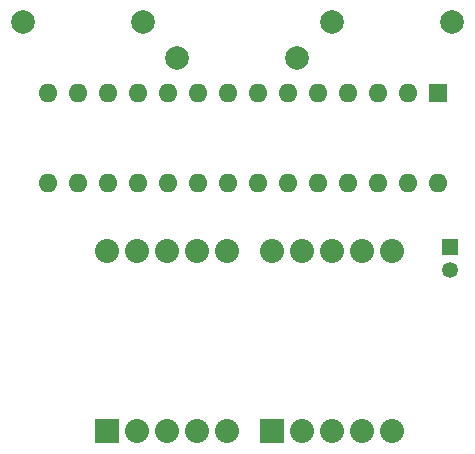
<source format=gbr>
G04 #@! TF.FileFunction,Soldermask,Top*
%FSLAX46Y46*%
G04 Gerber Fmt 4.6, Leading zero omitted, Abs format (unit mm)*
G04 Created by KiCad (PCBNEW 4.0.2-stable) date 2016-05-12 12:07:21 AM*
%MOMM*%
G01*
G04 APERTURE LIST*
%ADD10C,0.100000*%
%ADD11R,1.350000X1.350000*%
%ADD12C,1.350000*%
%ADD13C,2.032000*%
%ADD14R,2.032000X2.032000*%
%ADD15R,1.600000X1.600000*%
%ADD16O,1.600000X1.600000*%
%ADD17C,1.998980*%
G04 APERTURE END LIST*
D10*
D11*
X165000000Y-115000000D03*
D12*
X165000000Y-117000000D03*
D13*
X160080000Y-130620000D03*
X160080000Y-115380000D03*
D14*
X149920000Y-130620000D03*
D13*
X152460000Y-130620000D03*
X155000000Y-130620000D03*
X157540000Y-130620000D03*
X157540000Y-115380000D03*
X155000000Y-115380000D03*
X152460000Y-115380000D03*
X149920000Y-115380000D03*
X146080000Y-130620000D03*
X146080000Y-115380000D03*
D14*
X135920000Y-130620000D03*
D13*
X138460000Y-130620000D03*
X141000000Y-130620000D03*
X143540000Y-130620000D03*
X143540000Y-115380000D03*
X141000000Y-115380000D03*
X138460000Y-115380000D03*
X135920000Y-115380000D03*
D15*
X164000000Y-102000000D03*
D16*
X161460000Y-102000000D03*
X158920000Y-102000000D03*
X156380000Y-102000000D03*
X153840000Y-102000000D03*
X151300000Y-102000000D03*
X148760000Y-102000000D03*
X146220000Y-102000000D03*
X143680000Y-102000000D03*
X141140000Y-102000000D03*
X138600000Y-102000000D03*
X136060000Y-102000000D03*
X133520000Y-102000000D03*
X130980000Y-102000000D03*
X130980000Y-109620000D03*
X133520000Y-109620000D03*
X136060000Y-109620000D03*
X138600000Y-109620000D03*
X141140000Y-109620000D03*
X143680000Y-109620000D03*
X146220000Y-109620000D03*
X148760000Y-109620000D03*
X151300000Y-109620000D03*
X153840000Y-109620000D03*
X156380000Y-109620000D03*
X158920000Y-109620000D03*
X161460000Y-109620000D03*
X164000000Y-109620000D03*
D17*
X155000000Y-96000000D03*
X165160000Y-96000000D03*
X152000000Y-99000000D03*
X141840000Y-99000000D03*
X139000000Y-96000000D03*
X128840000Y-96000000D03*
M02*

</source>
